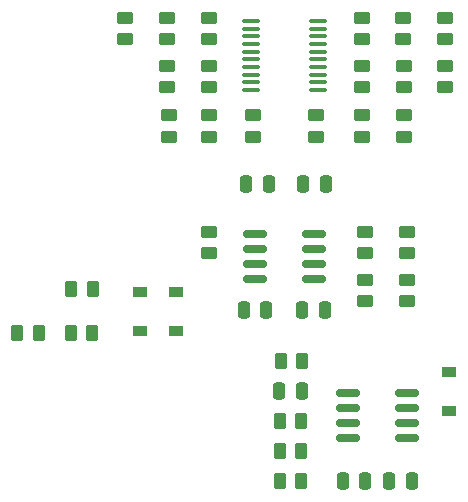
<source format=gtp>
G04 #@! TF.GenerationSoftware,KiCad,Pcbnew,6.0.5-2.fc35*
G04 #@! TF.CreationDate,2022-05-29T07:31:37-04:00*
G04 #@! TF.ProjectId,SSI2140_LPF_plug_in_board,53534932-3134-4305-9f4c-50465f706c75,0*
G04 #@! TF.SameCoordinates,Original*
G04 #@! TF.FileFunction,Paste,Top*
G04 #@! TF.FilePolarity,Positive*
%FSLAX46Y46*%
G04 Gerber Fmt 4.6, Leading zero omitted, Abs format (unit mm)*
G04 Created by KiCad (PCBNEW 6.0.5-2.fc35) date 2022-05-29 07:31:37*
%MOMM*%
%LPD*%
G01*
G04 APERTURE LIST*
G04 Aperture macros list*
%AMRoundRect*
0 Rectangle with rounded corners*
0 $1 Rounding radius*
0 $2 $3 $4 $5 $6 $7 $8 $9 X,Y pos of 4 corners*
0 Add a 4 corners polygon primitive as box body*
4,1,4,$2,$3,$4,$5,$6,$7,$8,$9,$2,$3,0*
0 Add four circle primitives for the rounded corners*
1,1,$1+$1,$2,$3*
1,1,$1+$1,$4,$5*
1,1,$1+$1,$6,$7*
1,1,$1+$1,$8,$9*
0 Add four rect primitives between the rounded corners*
20,1,$1+$1,$2,$3,$4,$5,0*
20,1,$1+$1,$4,$5,$6,$7,0*
20,1,$1+$1,$6,$7,$8,$9,0*
20,1,$1+$1,$8,$9,$2,$3,0*%
G04 Aperture macros list end*
%ADD10RoundRect,0.250000X-0.250000X-0.475000X0.250000X-0.475000X0.250000X0.475000X-0.250000X0.475000X0*%
%ADD11RoundRect,0.250000X0.262500X0.450000X-0.262500X0.450000X-0.262500X-0.450000X0.262500X-0.450000X0*%
%ADD12RoundRect,0.250000X0.450000X-0.262500X0.450000X0.262500X-0.450000X0.262500X-0.450000X-0.262500X0*%
%ADD13RoundRect,0.250000X-0.450000X0.262500X-0.450000X-0.262500X0.450000X-0.262500X0.450000X0.262500X0*%
%ADD14RoundRect,0.250000X0.250000X0.475000X-0.250000X0.475000X-0.250000X-0.475000X0.250000X-0.475000X0*%
%ADD15R,1.200000X0.900000*%
%ADD16RoundRect,0.100000X-0.637500X-0.100000X0.637500X-0.100000X0.637500X0.100000X-0.637500X0.100000X0*%
%ADD17RoundRect,0.150000X-0.825000X-0.150000X0.825000X-0.150000X0.825000X0.150000X-0.825000X0.150000X0*%
%ADD18RoundRect,0.250000X-0.262500X-0.450000X0.262500X-0.450000X0.262500X0.450000X-0.262500X0.450000X0*%
G04 APERTURE END LIST*
D10*
X116464000Y-98806000D03*
X118364000Y-98806000D03*
X121412000Y-98806000D03*
X123312000Y-98806000D03*
D11*
X103632000Y-100711000D03*
X101807000Y-100711000D03*
D10*
X116652000Y-88138000D03*
X118552000Y-88138000D03*
D12*
X113538000Y-93978100D03*
X113538000Y-92153100D03*
X110109000Y-84097500D03*
X110109000Y-82272500D03*
X130048000Y-84097500D03*
X130048000Y-82272500D03*
D13*
X126492000Y-78081500D03*
X126492000Y-79906500D03*
D12*
X113538000Y-79906500D03*
X113538000Y-78081500D03*
D14*
X121346000Y-105664000D03*
X119446000Y-105664000D03*
D15*
X107696000Y-97284000D03*
X107696000Y-100584000D03*
X110744000Y-97284000D03*
X110744000Y-100584000D03*
D11*
X99083500Y-100711000D03*
X97258500Y-100711000D03*
D13*
X122555000Y-82272500D03*
X122555000Y-84097500D03*
D12*
X109982000Y-79906500D03*
X109982000Y-78081500D03*
D13*
X129921000Y-74017500D03*
X129921000Y-75842500D03*
D10*
X121478000Y-88138000D03*
X123378000Y-88138000D03*
D16*
X117025500Y-74291000D03*
X117025500Y-74941000D03*
X117025500Y-75591000D03*
X117025500Y-76241000D03*
X117025500Y-76891000D03*
X117025500Y-77541000D03*
X117025500Y-78191000D03*
X117025500Y-78841000D03*
X117025500Y-79491000D03*
X117025500Y-80141000D03*
X122750500Y-80141000D03*
X122750500Y-79491000D03*
X122750500Y-78841000D03*
X122750500Y-78191000D03*
X122750500Y-77541000D03*
X122750500Y-76891000D03*
X122750500Y-76241000D03*
X122750500Y-75591000D03*
X122750500Y-74941000D03*
X122750500Y-74291000D03*
D13*
X126492000Y-74017500D03*
X126492000Y-75842500D03*
X133477000Y-74017500D03*
X133477000Y-75842500D03*
D10*
X124846000Y-113284000D03*
X126746000Y-113284000D03*
D17*
X125287000Y-105791000D03*
X125287000Y-107061000D03*
X125287000Y-108331000D03*
X125287000Y-109601000D03*
X130237000Y-109601000D03*
X130237000Y-108331000D03*
X130237000Y-107061000D03*
X130237000Y-105791000D03*
D11*
X103679000Y-97028000D03*
X101854000Y-97028000D03*
D12*
X126746000Y-98042100D03*
X126746000Y-96217100D03*
D13*
X113538000Y-82272500D03*
X113538000Y-84097500D03*
X130302000Y-96217100D03*
X130302000Y-98042100D03*
D11*
X121308500Y-108204000D03*
X119483500Y-108204000D03*
D12*
X106426000Y-75842500D03*
X106426000Y-74017500D03*
D15*
X133858000Y-107314000D03*
X133858000Y-104014000D03*
D18*
X119483500Y-113284000D03*
X121308500Y-113284000D03*
D17*
X117413000Y-92329000D03*
X117413000Y-93599000D03*
X117413000Y-94869000D03*
X117413000Y-96139000D03*
X122363000Y-96139000D03*
X122363000Y-94869000D03*
X122363000Y-93599000D03*
X122363000Y-92329000D03*
D10*
X128778000Y-113284000D03*
X130678000Y-113284000D03*
D12*
X109982000Y-75842500D03*
X109982000Y-74017500D03*
D13*
X130302000Y-92153100D03*
X130302000Y-93978100D03*
D12*
X126695200Y-93978100D03*
X126695200Y-92153100D03*
X113538000Y-75842500D03*
X113538000Y-74017500D03*
X117221000Y-84097500D03*
X117221000Y-82272500D03*
D18*
X119587000Y-103124000D03*
X121412000Y-103124000D03*
D13*
X130048000Y-78081500D03*
X130048000Y-79906500D03*
X133477000Y-78081500D03*
X133477000Y-79906500D03*
D18*
X119483500Y-110744000D03*
X121308500Y-110744000D03*
D13*
X126492000Y-82272500D03*
X126492000Y-84097500D03*
M02*

</source>
